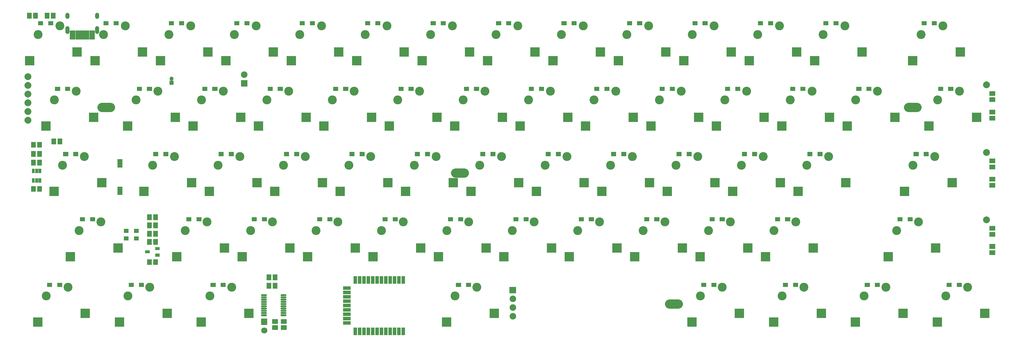
<source format=gbs>
G04 Layer: BottomSolderMaskLayer*
G04 EasyEDA v6.1.51, Wed, 19 Jun 2019 13:06:47 GMT*
G04 66271e87440c4271b6eaadeb73023992,1972fb780e03461d8e8e980d21b9fed7,00*
G04 Gerber Generator version 0.2*
G04 Scale: 100 percent, Rotated: No, Reflected: No *
G04 Dimensions in inches *
G04 leading zeros omitted , absolute positions ,2 integer and 4 decimal *
%FSLAX24Y24*%
%MOIN*%
G90*
G70D02*

%ADD38C,0.047370*%
%ADD39C,0.106400*%
%ADD40R,0.047370X0.047370*%
%ADD41C,0.074930*%
%ADD42R,0.074930X0.074930*%
%ADD44C,0.070990*%
%ADD45C,0.078870*%
%ADD46C,0.102490*%
%ADD48R,0.086740X0.039500*%
%ADD49R,0.057210X0.047370*%
%ADD51R,0.108390X0.106420*%

%LPD*%
G54D38*
G01X5478Y35362D02*
G01X5478Y34929D01*
G01X8879Y35362D02*
G01X8879Y34929D01*
G01X5478Y36909D02*
G01X5478Y36673D01*
G01X8879Y36909D02*
G01X8879Y36673D01*
G54D39*
G01X49979Y18740D02*
G01X50964Y18740D01*
G01X9428Y26259D02*
G01X10413Y26259D01*
G01X74506Y3700D02*
G01X75491Y3700D01*
G01X101888Y26259D02*
G01X102873Y26259D01*
G36*
G01X14357Y9526D02*
G01X14357Y9862D01*
G01X14890Y9862D01*
G01X14890Y9526D01*
G01X14357Y9526D01*
G37*
G36*
G01X15519Y9151D02*
G01X15519Y9488D01*
G01X16051Y9488D01*
G01X16051Y9151D01*
G01X15519Y9151D01*
G37*
G36*
G01X15519Y9900D02*
G01X15519Y10236D01*
G01X16051Y10236D01*
G01X16051Y9900D01*
G01X15519Y9900D01*
G37*
G36*
G01X3553Y36471D02*
G01X3553Y37129D01*
G01X4090Y37129D01*
G01X4090Y36471D01*
G01X3553Y36471D01*
G37*
G36*
G01X2853Y36471D02*
G01X2853Y37129D01*
G01X3389Y37129D01*
G01X3389Y36471D01*
G01X2853Y36471D01*
G37*
G36*
G01X111163Y9347D02*
G01X111163Y9884D01*
G01X111822Y9884D01*
G01X111822Y9347D01*
G01X111163Y9347D01*
G37*
G36*
G01X111163Y10048D02*
G01X111163Y10585D01*
G01X111822Y10585D01*
G01X111822Y10048D01*
G01X111163Y10048D01*
G37*
G36*
G01X111163Y17762D02*
G01X111163Y18298D01*
G01X111822Y18298D01*
G01X111822Y17762D01*
G01X111163Y17762D01*
G37*
G36*
G01X111163Y17061D02*
G01X111163Y17597D01*
G01X111822Y17597D01*
G01X111822Y17061D01*
G01X111163Y17061D01*
G37*
G36*
G01X111163Y24774D02*
G01X111163Y25311D01*
G01X111822Y25311D01*
G01X111822Y24774D01*
G01X111163Y24774D01*
G37*
G36*
G01X111163Y25475D02*
G01X111163Y26012D01*
G01X111822Y26012D01*
G01X111822Y25475D01*
G01X111163Y25475D01*
G37*
G36*
G01X111163Y11436D02*
G01X111163Y11973D01*
G01X111822Y11973D01*
G01X111822Y11436D01*
G01X111163Y11436D01*
G37*
G36*
G01X111163Y12137D02*
G01X111163Y12674D01*
G01X111822Y12674D01*
G01X111822Y12137D01*
G01X111163Y12137D01*
G37*
G36*
G01X111170Y19153D02*
G01X111170Y19690D01*
G01X111829Y19690D01*
G01X111829Y19153D01*
G01X111170Y19153D01*
G37*
G36*
G01X111170Y19854D02*
G01X111170Y20390D01*
G01X111829Y20390D01*
G01X111829Y19854D01*
G01X111170Y19854D01*
G37*
G36*
G01X111163Y27610D02*
G01X111163Y28146D01*
G01X111822Y28146D01*
G01X111822Y27610D01*
G01X111163Y27610D01*
G37*
G36*
G01X111163Y26909D02*
G01X111163Y27445D01*
G01X111822Y27445D01*
G01X111822Y26909D01*
G01X111163Y26909D01*
G37*
G36*
G01X8291Y34066D02*
G01X8291Y35111D01*
G01X8607Y35111D01*
G01X8607Y34066D01*
G01X8291Y34066D01*
G37*
G36*
G01X5751Y34066D02*
G01X5751Y35111D01*
G01X6068Y35111D01*
G01X6068Y34066D01*
G01X5751Y34066D01*
G37*
G36*
G01X7986Y34066D02*
G01X7986Y35111D01*
G01X8302Y35111D01*
G01X8302Y34066D01*
G01X7986Y34066D01*
G37*
G36*
G01X6056Y34066D02*
G01X6056Y35111D01*
G01X6373Y35111D01*
G01X6373Y34066D01*
G01X6056Y34066D01*
G37*
G36*
G01X6391Y34066D02*
G01X6391Y35111D01*
G01X6589Y35111D01*
G01X6589Y34066D01*
G01X6391Y34066D01*
G37*
G36*
G01X7769Y34066D02*
G01X7769Y35111D01*
G01X7967Y35111D01*
G01X7967Y34066D01*
G01X7769Y34066D01*
G37*
G36*
G01X6588Y34066D02*
G01X6588Y35111D01*
G01X6786Y35111D01*
G01X6786Y34066D01*
G01X6588Y34066D01*
G37*
G36*
G01X7572Y34066D02*
G01X7572Y35111D01*
G01X7770Y35111D01*
G01X7770Y34066D01*
G01X7572Y34066D01*
G37*
G36*
G01X6785Y34066D02*
G01X6785Y35111D01*
G01X6983Y35111D01*
G01X6983Y34066D01*
G01X6785Y34066D01*
G37*
G36*
G01X7375Y34066D02*
G01X7375Y35111D01*
G01X7573Y35111D01*
G01X7573Y34066D01*
G01X7375Y34066D01*
G37*
G36*
G01X7179Y34066D02*
G01X7179Y35111D01*
G01X7377Y35111D01*
G01X7377Y34066D01*
G01X7179Y34066D01*
G37*
G36*
G01X6982Y34066D02*
G01X6982Y35111D01*
G01X7180Y35111D01*
G01X7180Y34066D01*
G01X6982Y34066D01*
G37*
G54D38*
G01X17401Y29578D03*
G54D40*
G01X17401Y29086D03*
G54D41*
G01X56519Y2303D03*
G01X56519Y3303D03*
G01X56519Y4303D03*
G36*
G01X56144Y4929D02*
G01X56144Y5677D01*
G01X56894Y5677D01*
G01X56894Y4929D01*
G01X56144Y4929D01*
G37*
G36*
G01X43777Y6048D02*
G01X43777Y6914D01*
G01X44172Y6914D01*
G01X44172Y6048D01*
G01X43777Y6048D01*
G37*
G36*
G01X43277Y6048D02*
G01X43277Y6914D01*
G01X43672Y6914D01*
G01X43672Y6048D01*
G01X43277Y6048D01*
G37*
G36*
G01X42777Y6048D02*
G01X42777Y6914D01*
G01X43172Y6914D01*
G01X43172Y6048D01*
G01X42777Y6048D01*
G37*
G36*
G01X42277Y6048D02*
G01X42277Y6914D01*
G01X42672Y6914D01*
G01X42672Y6048D01*
G01X42277Y6048D01*
G37*
G36*
G01X41777Y6048D02*
G01X41777Y6914D01*
G01X42172Y6914D01*
G01X42172Y6048D01*
G01X41777Y6048D01*
G37*
G36*
G01X41277Y6048D02*
G01X41277Y6914D01*
G01X41672Y6914D01*
G01X41672Y6048D01*
G01X41277Y6048D01*
G37*
G36*
G01X40777Y6048D02*
G01X40777Y6914D01*
G01X41172Y6914D01*
G01X41172Y6048D01*
G01X40777Y6048D01*
G37*
G36*
G01X40277Y6048D02*
G01X40277Y6914D01*
G01X40672Y6914D01*
G01X40672Y6048D01*
G01X40277Y6048D01*
G37*
G36*
G01X39777Y6048D02*
G01X39777Y6914D01*
G01X40172Y6914D01*
G01X40172Y6048D01*
G01X39777Y6048D01*
G37*
G36*
G01X39277Y6048D02*
G01X39277Y6914D01*
G01X39672Y6914D01*
G01X39672Y6048D01*
G01X39277Y6048D01*
G37*
G36*
G01X38777Y6048D02*
G01X38777Y6914D01*
G01X39172Y6914D01*
G01X39172Y6048D01*
G01X38777Y6048D01*
G37*
G36*
G01X38277Y6048D02*
G01X38277Y6914D01*
G01X38672Y6914D01*
G01X38672Y6048D01*
G01X38277Y6048D01*
G37*
G54D48*
G01X37514Y5528D03*
G01X37514Y5028D03*
G01X37514Y4528D03*
G01X37514Y4028D03*
G01X37514Y3528D03*
G01X37514Y3028D03*
G01X37514Y2528D03*
G01X37514Y2028D03*
G36*
G01X38277Y142D02*
G01X38277Y1010D01*
G01X38672Y1010D01*
G01X38672Y142D01*
G01X38277Y142D01*
G37*
G36*
G01X38777Y142D02*
G01X38777Y1010D01*
G01X39172Y1010D01*
G01X39172Y142D01*
G01X38777Y142D01*
G37*
G36*
G01X39277Y142D02*
G01X39277Y1010D01*
G01X39672Y1010D01*
G01X39672Y142D01*
G01X39277Y142D01*
G37*
G36*
G01X39777Y142D02*
G01X39777Y1010D01*
G01X40172Y1010D01*
G01X40172Y142D01*
G01X39777Y142D01*
G37*
G36*
G01X40277Y142D02*
G01X40277Y1010D01*
G01X40672Y1010D01*
G01X40672Y142D01*
G01X40277Y142D01*
G37*
G36*
G01X40777Y142D02*
G01X40777Y1010D01*
G01X41172Y1010D01*
G01X41172Y142D01*
G01X40777Y142D01*
G37*
G36*
G01X41277Y142D02*
G01X41277Y1010D01*
G01X41672Y1010D01*
G01X41672Y142D01*
G01X41277Y142D01*
G37*
G36*
G01X41777Y142D02*
G01X41777Y1010D01*
G01X42172Y1010D01*
G01X42172Y142D01*
G01X41777Y142D01*
G37*
G36*
G01X42277Y142D02*
G01X42277Y1010D01*
G01X42672Y1010D01*
G01X42672Y142D01*
G01X42277Y142D01*
G37*
G36*
G01X42777Y142D02*
G01X42777Y1010D01*
G01X43172Y1010D01*
G01X43172Y142D01*
G01X42777Y142D01*
G37*
G36*
G01X43277Y142D02*
G01X43277Y1010D01*
G01X43672Y1010D01*
G01X43672Y142D01*
G01X43277Y142D01*
G37*
G36*
G01X43777Y142D02*
G01X43777Y1010D01*
G01X44172Y1010D01*
G01X44172Y142D01*
G01X43777Y142D01*
G37*
G01X37514Y1528D03*
G54D42*
G01X25737Y29026D03*
G54D41*
G01X25737Y30026D03*
G36*
G01X28293Y6427D02*
G01X28293Y7086D01*
G01X28830Y7086D01*
G01X28830Y6427D01*
G01X28293Y6427D01*
G37*
G36*
G01X28994Y6427D02*
G01X28994Y7086D01*
G01X29531Y7086D01*
G01X29531Y6427D01*
G01X28994Y6427D01*
G37*
G36*
G01X28293Y5474D02*
G01X28293Y6133D01*
G01X28830Y6133D01*
G01X28830Y5474D01*
G01X28293Y5474D01*
G37*
G36*
G01X28994Y5474D02*
G01X28994Y6133D01*
G01X29531Y6133D01*
G01X29531Y5474D01*
G01X28994Y5474D01*
G37*
G36*
G01X28930Y1437D02*
G01X28930Y1975D01*
G01X29588Y1975D01*
G01X29588Y1437D01*
G01X28930Y1437D01*
G37*
G36*
G01X28930Y737D02*
G01X28930Y1274D01*
G01X29588Y1274D01*
G01X29588Y737D01*
G01X28930Y737D01*
G37*
G36*
G01X1304Y19614D02*
G01X1304Y20273D01*
G01X1841Y20273D01*
G01X1841Y19614D01*
G01X1304Y19614D01*
G37*
G36*
G01X2005Y19614D02*
G01X2005Y20273D01*
G01X2542Y20273D01*
G01X2542Y19614D01*
G01X2005Y19614D01*
G37*
G36*
G01X14586Y10499D02*
G01X14586Y11158D01*
G01X15122Y11158D01*
G01X15122Y10499D01*
G01X14586Y10499D01*
G37*
G36*
G01X15286Y10499D02*
G01X15286Y11158D01*
G01X15823Y11158D01*
G01X15823Y10499D01*
G01X15286Y10499D01*
G37*
G36*
G01X15286Y8193D02*
G01X15286Y8851D01*
G01X15823Y8851D01*
G01X15823Y8193D01*
G01X15286Y8193D01*
G37*
G36*
G01X14586Y8193D02*
G01X14586Y8851D01*
G01X15122Y8851D01*
G01X15122Y8193D01*
G01X14586Y8193D01*
G37*
G36*
G01X15286Y13342D02*
G01X15286Y14001D01*
G01X15823Y14001D01*
G01X15823Y13342D01*
G01X15286Y13342D01*
G37*
G36*
G01X14586Y13342D02*
G01X14586Y14001D01*
G01X15122Y14001D01*
G01X15122Y13342D01*
G01X14586Y13342D01*
G37*
G36*
G01X1304Y16585D02*
G01X1304Y17244D01*
G01X1841Y17244D01*
G01X1841Y16585D01*
G01X1304Y16585D01*
G37*
G36*
G01X2005Y16585D02*
G01X2005Y17244D01*
G01X2542Y17244D01*
G01X2542Y16585D01*
G01X2005Y16585D01*
G37*
G36*
G01X3263Y35709D02*
G01X3263Y36183D01*
G01X3835Y36183D01*
G01X3835Y35709D01*
G01X3263Y35709D01*
G37*
G36*
G01X2101Y35709D02*
G01X2101Y36183D01*
G01X2673Y36183D01*
G01X2673Y35709D01*
G01X2101Y35709D01*
G37*
G36*
G01X10765Y35709D02*
G01X10765Y36183D01*
G01X11337Y36183D01*
G01X11337Y35709D01*
G01X10765Y35709D01*
G37*
G36*
G01X9603Y35709D02*
G01X9603Y36183D01*
G01X10175Y36183D01*
G01X10175Y35709D01*
G01X9603Y35709D01*
G37*
G36*
G01X18267Y35709D02*
G01X18267Y36183D01*
G01X18839Y36183D01*
G01X18839Y35709D01*
G01X18267Y35709D01*
G37*
G36*
G01X17105Y35709D02*
G01X17105Y36183D01*
G01X17677Y36183D01*
G01X17677Y35709D01*
G01X17105Y35709D01*
G37*
G36*
G01X25769Y35709D02*
G01X25769Y36183D01*
G01X26341Y36183D01*
G01X26341Y35709D01*
G01X25769Y35709D01*
G37*
G36*
G01X24607Y35709D02*
G01X24607Y36183D01*
G01X25179Y36183D01*
G01X25179Y35709D01*
G01X24607Y35709D01*
G37*
G36*
G01X33271Y35709D02*
G01X33271Y36183D01*
G01X33843Y36183D01*
G01X33843Y35709D01*
G01X33271Y35709D01*
G37*
G36*
G01X32109Y35709D02*
G01X32109Y36183D01*
G01X32681Y36183D01*
G01X32681Y35709D01*
G01X32109Y35709D01*
G37*
G36*
G01X40772Y35709D02*
G01X40772Y36183D01*
G01X41345Y36183D01*
G01X41345Y35709D01*
G01X40772Y35709D01*
G37*
G36*
G01X39611Y35709D02*
G01X39611Y36183D01*
G01X40183Y36183D01*
G01X40183Y35709D01*
G01X39611Y35709D01*
G37*
G36*
G01X48275Y35709D02*
G01X48275Y36183D01*
G01X48847Y36183D01*
G01X48847Y35709D01*
G01X48275Y35709D01*
G37*
G36*
G01X47113Y35709D02*
G01X47113Y36183D01*
G01X47686Y36183D01*
G01X47686Y35709D01*
G01X47113Y35709D01*
G37*
G36*
G01X55777Y35709D02*
G01X55777Y36183D01*
G01X56349Y36183D01*
G01X56349Y35709D01*
G01X55777Y35709D01*
G37*
G36*
G01X54615Y35709D02*
G01X54615Y36183D01*
G01X55187Y36183D01*
G01X55187Y35709D01*
G01X54615Y35709D01*
G37*
G36*
G01X63279Y35709D02*
G01X63279Y36183D01*
G01X63851Y36183D01*
G01X63851Y35709D01*
G01X63279Y35709D01*
G37*
G36*
G01X62117Y35709D02*
G01X62117Y36183D01*
G01X62689Y36183D01*
G01X62689Y35709D01*
G01X62117Y35709D01*
G37*
G36*
G01X70781Y35709D02*
G01X70781Y36183D01*
G01X71353Y36183D01*
G01X71353Y35709D01*
G01X70781Y35709D01*
G37*
G36*
G01X69620Y35709D02*
G01X69620Y36183D01*
G01X70192Y36183D01*
G01X70192Y35709D01*
G01X69620Y35709D01*
G37*
G36*
G01X78283Y35709D02*
G01X78283Y36183D01*
G01X78855Y36183D01*
G01X78855Y35709D01*
G01X78283Y35709D01*
G37*
G36*
G01X77122Y35709D02*
G01X77122Y36183D01*
G01X77694Y36183D01*
G01X77694Y35709D01*
G01X77122Y35709D01*
G37*
G36*
G01X85785Y35709D02*
G01X85785Y36183D01*
G01X86357Y36183D01*
G01X86357Y35709D01*
G01X85785Y35709D01*
G37*
G36*
G01X84624Y35709D02*
G01X84624Y36183D01*
G01X85196Y36183D01*
G01X85196Y35709D01*
G01X84624Y35709D01*
G37*
G36*
G01X93287Y35709D02*
G01X93287Y36183D01*
G01X93859Y36183D01*
G01X93859Y35709D01*
G01X93287Y35709D01*
G37*
G36*
G01X92126Y35709D02*
G01X92126Y36183D01*
G01X92698Y36183D01*
G01X92698Y35709D01*
G01X92126Y35709D01*
G37*
G36*
G01X104562Y35709D02*
G01X104562Y36183D01*
G01X105134Y36183D01*
G01X105134Y35709D01*
G01X104562Y35709D01*
G37*
G36*
G01X103401Y35709D02*
G01X103401Y36183D01*
G01X103973Y36183D01*
G01X103973Y35709D01*
G01X103401Y35709D01*
G37*
G36*
G01X5208Y28175D02*
G01X5208Y28649D01*
G01X5781Y28649D01*
G01X5781Y28175D01*
G01X5208Y28175D01*
G37*
G36*
G01X4047Y28175D02*
G01X4047Y28649D01*
G01X4619Y28649D01*
G01X4619Y28175D01*
G01X4047Y28175D01*
G37*
G36*
G01X14584Y28175D02*
G01X14584Y28649D01*
G01X15156Y28649D01*
G01X15156Y28175D01*
G01X14584Y28175D01*
G37*
G36*
G01X13423Y28175D02*
G01X13423Y28649D01*
G01X13995Y28649D01*
G01X13995Y28175D01*
G01X13423Y28175D01*
G37*
G36*
G01X22083Y28175D02*
G01X22083Y28649D01*
G01X22655Y28649D01*
G01X22655Y28175D01*
G01X22083Y28175D01*
G37*
G36*
G01X20922Y28175D02*
G01X20922Y28649D01*
G01X21494Y28649D01*
G01X21494Y28175D01*
G01X20922Y28175D01*
G37*
G36*
G01X29582Y28175D02*
G01X29582Y28649D01*
G01X30154Y28649D01*
G01X30154Y28175D01*
G01X29582Y28175D01*
G37*
G36*
G01X28421Y28175D02*
G01X28421Y28649D01*
G01X28993Y28649D01*
G01X28993Y28175D01*
G01X28421Y28175D01*
G37*
G36*
G01X37082Y28175D02*
G01X37082Y28649D01*
G01X37654Y28649D01*
G01X37654Y28175D01*
G01X37082Y28175D01*
G37*
G36*
G01X35921Y28175D02*
G01X35921Y28649D01*
G01X36493Y28649D01*
G01X36493Y28175D01*
G01X35921Y28175D01*
G37*
G36*
G01X44581Y28175D02*
G01X44581Y28649D01*
G01X45153Y28649D01*
G01X45153Y28175D01*
G01X44581Y28175D01*
G37*
G36*
G01X43420Y28175D02*
G01X43420Y28649D01*
G01X43992Y28649D01*
G01X43992Y28175D01*
G01X43420Y28175D01*
G37*
G36*
G01X52080Y28175D02*
G01X52080Y28649D01*
G01X52652Y28649D01*
G01X52652Y28175D01*
G01X52080Y28175D01*
G37*
G36*
G01X50919Y28175D02*
G01X50919Y28649D01*
G01X51491Y28649D01*
G01X51491Y28175D01*
G01X50919Y28175D01*
G37*
G36*
G01X59533Y28175D02*
G01X59533Y28649D01*
G01X60105Y28649D01*
G01X60105Y28175D01*
G01X59533Y28175D01*
G37*
G36*
G01X58371Y28175D02*
G01X58371Y28649D01*
G01X58943Y28649D01*
G01X58943Y28175D01*
G01X58371Y28175D01*
G37*
G36*
G01X67037Y28175D02*
G01X67037Y28649D01*
G01X67609Y28649D01*
G01X67609Y28175D01*
G01X67037Y28175D01*
G37*
G36*
G01X65875Y28175D02*
G01X65875Y28649D01*
G01X66447Y28649D01*
G01X66447Y28175D01*
G01X65875Y28175D01*
G37*
G36*
G01X74541Y28175D02*
G01X74541Y28649D01*
G01X75113Y28649D01*
G01X75113Y28175D01*
G01X74541Y28175D01*
G37*
G36*
G01X73379Y28175D02*
G01X73379Y28649D01*
G01X73951Y28649D01*
G01X73951Y28175D01*
G01X73379Y28175D01*
G37*
G36*
G01X82037Y28175D02*
G01X82037Y28649D01*
G01X82609Y28649D01*
G01X82609Y28175D01*
G01X82037Y28175D01*
G37*
G36*
G01X80875Y28175D02*
G01X80875Y28649D01*
G01X81447Y28649D01*
G01X81447Y28175D01*
G01X80875Y28175D01*
G37*
G36*
G01X89505Y28175D02*
G01X89505Y28649D01*
G01X90077Y28649D01*
G01X90077Y28175D01*
G01X89505Y28175D01*
G37*
G36*
G01X88344Y28175D02*
G01X88344Y28649D01*
G01X88916Y28649D01*
G01X88916Y28175D01*
G01X88344Y28175D01*
G37*
G36*
G01X97076Y28175D02*
G01X97076Y28649D01*
G01X97648Y28649D01*
G01X97648Y28175D01*
G01X97076Y28175D01*
G37*
G36*
G01X95915Y28175D02*
G01X95915Y28649D01*
G01X96487Y28649D01*
G01X96487Y28175D01*
G01X95915Y28175D01*
G37*
G36*
G01X106450Y28175D02*
G01X106450Y28649D01*
G01X107022Y28649D01*
G01X107022Y28175D01*
G01X106450Y28175D01*
G37*
G36*
G01X105289Y28175D02*
G01X105289Y28649D01*
G01X105861Y28649D01*
G01X105861Y28175D01*
G01X105289Y28175D01*
G37*
G36*
G01X6145Y20678D02*
G01X6145Y21152D01*
G01X6717Y21152D01*
G01X6717Y20678D01*
G01X6145Y20678D01*
G37*
G36*
G01X4984Y20678D02*
G01X4984Y21152D01*
G01X5556Y21152D01*
G01X5556Y20678D01*
G01X4984Y20678D01*
G37*
G36*
G01X16460Y20678D02*
G01X16460Y21152D01*
G01X17032Y21152D01*
G01X17032Y20678D01*
G01X16460Y20678D01*
G37*
G36*
G01X15299Y20678D02*
G01X15299Y21152D01*
G01X15871Y21152D01*
G01X15871Y20678D01*
G01X15299Y20678D01*
G37*
G36*
G01X23960Y20678D02*
G01X23960Y21152D01*
G01X24532Y21152D01*
G01X24532Y20678D01*
G01X23960Y20678D01*
G37*
G36*
G01X22799Y20678D02*
G01X22799Y21152D01*
G01X23371Y21152D01*
G01X23371Y20678D01*
G01X22799Y20678D01*
G37*
G36*
G01X31460Y20678D02*
G01X31460Y21152D01*
G01X32032Y21152D01*
G01X32032Y20678D01*
G01X31460Y20678D01*
G37*
G36*
G01X30298Y20678D02*
G01X30298Y21152D01*
G01X30870Y21152D01*
G01X30870Y20678D01*
G01X30298Y20678D01*
G37*
G36*
G01X38959Y20678D02*
G01X38959Y21152D01*
G01X39531Y21152D01*
G01X39531Y20678D01*
G01X38959Y20678D01*
G37*
G36*
G01X37798Y20678D02*
G01X37798Y21152D01*
G01X38370Y21152D01*
G01X38370Y20678D01*
G01X37798Y20678D01*
G37*
G36*
G01X46459Y20678D02*
G01X46459Y21152D01*
G01X47031Y21152D01*
G01X47031Y20678D01*
G01X46459Y20678D01*
G37*
G36*
G01X45297Y20678D02*
G01X45297Y21152D01*
G01X45869Y21152D01*
G01X45869Y20678D01*
G01X45297Y20678D01*
G37*
G36*
G01X53958Y20678D02*
G01X53958Y21152D01*
G01X54530Y21152D01*
G01X54530Y20678D01*
G01X53958Y20678D01*
G37*
G36*
G01X52797Y20678D02*
G01X52797Y21152D01*
G01X53369Y21152D01*
G01X53369Y20678D01*
G01X52797Y20678D01*
G37*
G36*
G01X61458Y20678D02*
G01X61458Y21152D01*
G01X62030Y21152D01*
G01X62030Y20678D01*
G01X61458Y20678D01*
G37*
G36*
G01X60296Y20678D02*
G01X60296Y21152D01*
G01X60869Y21152D01*
G01X60869Y20678D01*
G01X60296Y20678D01*
G37*
G36*
G01X68957Y20678D02*
G01X68957Y21152D01*
G01X69530Y21152D01*
G01X69530Y20678D01*
G01X68957Y20678D01*
G37*
G36*
G01X67796Y20678D02*
G01X67796Y21152D01*
G01X68368Y21152D01*
G01X68368Y20678D01*
G01X67796Y20678D01*
G37*
G36*
G01X76457Y20678D02*
G01X76457Y21152D01*
G01X77029Y21152D01*
G01X77029Y20678D01*
G01X76457Y20678D01*
G37*
G36*
G01X75296Y20678D02*
G01X75296Y21152D01*
G01X75868Y21152D01*
G01X75868Y20678D01*
G01X75296Y20678D01*
G37*
G36*
G01X83957Y20678D02*
G01X83957Y21152D01*
G01X84529Y21152D01*
G01X84529Y20678D01*
G01X83957Y20678D01*
G37*
G36*
G01X82795Y20678D02*
G01X82795Y21152D01*
G01X83367Y21152D01*
G01X83367Y20678D01*
G01X82795Y20678D01*
G37*
G36*
G01X91456Y20678D02*
G01X91456Y21152D01*
G01X92028Y21152D01*
G01X92028Y20678D01*
G01X91456Y20678D01*
G37*
G36*
G01X90295Y20678D02*
G01X90295Y21152D01*
G01X90867Y21152D01*
G01X90867Y20678D01*
G01X90295Y20678D01*
G37*
G36*
G01X103645Y20678D02*
G01X103645Y21152D01*
G01X104217Y21152D01*
G01X104217Y20678D01*
G01X103645Y20678D01*
G37*
G36*
G01X102484Y20678D02*
G01X102484Y21152D01*
G01X103056Y21152D01*
G01X103056Y20678D01*
G01X102484Y20678D01*
G37*
G36*
G01X8061Y13197D02*
G01X8061Y13671D01*
G01X8633Y13671D01*
G01X8633Y13197D01*
G01X8061Y13197D01*
G37*
G36*
G01X6900Y13197D02*
G01X6900Y13671D01*
G01X7472Y13671D01*
G01X7472Y13197D01*
G01X6900Y13197D01*
G37*
G36*
G01X20254Y13197D02*
G01X20254Y13671D01*
G01X20826Y13671D01*
G01X20826Y13197D01*
G01X20254Y13197D01*
G37*
G36*
G01X19093Y13197D02*
G01X19093Y13671D01*
G01X19665Y13671D01*
G01X19665Y13197D01*
G01X19093Y13197D01*
G37*
G36*
G01X27754Y13197D02*
G01X27754Y13671D01*
G01X28326Y13671D01*
G01X28326Y13197D01*
G01X27754Y13197D01*
G37*
G36*
G01X26592Y13197D02*
G01X26592Y13671D01*
G01X27164Y13671D01*
G01X27164Y13197D01*
G01X26592Y13197D01*
G37*
G36*
G01X35253Y13197D02*
G01X35253Y13671D01*
G01X35825Y13671D01*
G01X35825Y13197D01*
G01X35253Y13197D01*
G37*
G36*
G01X34092Y13197D02*
G01X34092Y13671D01*
G01X34664Y13671D01*
G01X34664Y13197D01*
G01X34092Y13197D01*
G37*
G36*
G01X42753Y13197D02*
G01X42753Y13671D01*
G01X43325Y13671D01*
G01X43325Y13197D01*
G01X42753Y13197D01*
G37*
G36*
G01X41591Y13197D02*
G01X41591Y13671D01*
G01X42163Y13671D01*
G01X42163Y13197D01*
G01X41591Y13197D01*
G37*
G36*
G01X50252Y13197D02*
G01X50252Y13671D01*
G01X50824Y13671D01*
G01X50824Y13197D01*
G01X50252Y13197D01*
G37*
G36*
G01X49091Y13197D02*
G01X49091Y13671D01*
G01X49663Y13671D01*
G01X49663Y13197D01*
G01X49091Y13197D01*
G37*
G36*
G01X57752Y13197D02*
G01X57752Y13671D01*
G01X58324Y13671D01*
G01X58324Y13197D01*
G01X57752Y13197D01*
G37*
G36*
G01X56590Y13197D02*
G01X56590Y13671D01*
G01X57162Y13671D01*
G01X57162Y13197D01*
G01X56590Y13197D01*
G37*
G36*
G01X65251Y13197D02*
G01X65251Y13671D01*
G01X65823Y13671D01*
G01X65823Y13197D01*
G01X65251Y13197D01*
G37*
G36*
G01X64090Y13197D02*
G01X64090Y13671D01*
G01X64662Y13671D01*
G01X64662Y13197D01*
G01X64090Y13197D01*
G37*
G36*
G01X72751Y13197D02*
G01X72751Y13671D01*
G01X73323Y13671D01*
G01X73323Y13197D01*
G01X72751Y13197D01*
G37*
G36*
G01X71589Y13197D02*
G01X71589Y13671D01*
G01X72161Y13671D01*
G01X72161Y13197D01*
G01X71589Y13197D01*
G37*
G36*
G01X80250Y13197D02*
G01X80250Y13671D01*
G01X80822Y13671D01*
G01X80822Y13197D01*
G01X80250Y13197D01*
G37*
G36*
G01X79089Y13197D02*
G01X79089Y13671D01*
G01X79661Y13671D01*
G01X79661Y13197D01*
G01X79089Y13197D01*
G37*
G36*
G01X87750Y13197D02*
G01X87750Y13671D01*
G01X88322Y13671D01*
G01X88322Y13197D01*
G01X87750Y13197D01*
G37*
G36*
G01X86589Y13197D02*
G01X86589Y13671D01*
G01X87161Y13671D01*
G01X87161Y13197D01*
G01X86589Y13197D01*
G37*
G36*
G01X101805Y13197D02*
G01X101805Y13671D01*
G01X102377Y13671D01*
G01X102377Y13197D01*
G01X101805Y13197D01*
G37*
G36*
G01X100644Y13197D02*
G01X100644Y13671D01*
G01X101216Y13671D01*
G01X101216Y13197D01*
G01X100644Y13197D01*
G37*
G36*
G01X4304Y5669D02*
G01X4304Y6142D01*
G01X4876Y6142D01*
G01X4876Y5669D01*
G01X4304Y5669D01*
G37*
G36*
G01X3143Y5669D02*
G01X3143Y6142D01*
G01X3715Y6142D01*
G01X3715Y5669D01*
G01X3143Y5669D01*
G37*
G36*
G01X13674Y5669D02*
G01X13674Y6142D01*
G01X14246Y6142D01*
G01X14246Y5669D01*
G01X13674Y5669D01*
G37*
G36*
G01X12512Y5669D02*
G01X12512Y6142D01*
G01X13084Y6142D01*
G01X13084Y5669D01*
G01X12512Y5669D01*
G37*
G36*
G01X23043Y5669D02*
G01X23043Y6142D01*
G01X23615Y6142D01*
G01X23615Y5669D01*
G01X23043Y5669D01*
G37*
G36*
G01X21882Y5669D02*
G01X21882Y6142D01*
G01X22454Y6142D01*
G01X22454Y5669D01*
G01X21882Y5669D01*
G37*
G36*
G01X51177Y5669D02*
G01X51177Y6142D01*
G01X51749Y6142D01*
G01X51749Y5669D01*
G01X51177Y5669D01*
G37*
G36*
G01X50016Y5669D02*
G01X50016Y6142D01*
G01X50588Y6142D01*
G01X50588Y5669D01*
G01X50016Y5669D01*
G37*
G36*
G01X79292Y5669D02*
G01X79292Y6142D01*
G01X79864Y6142D01*
G01X79864Y5669D01*
G01X79292Y5669D01*
G37*
G36*
G01X78131Y5669D02*
G01X78131Y6142D01*
G01X78703Y6142D01*
G01X78703Y5669D01*
G01X78131Y5669D01*
G37*
G36*
G01X88668Y5669D02*
G01X88668Y6142D01*
G01X89241Y6142D01*
G01X89241Y5669D01*
G01X88668Y5669D01*
G37*
G36*
G01X87507Y5669D02*
G01X87507Y6142D01*
G01X88079Y6142D01*
G01X88079Y5669D01*
G01X87507Y5669D01*
G37*
G36*
G01X98045Y5669D02*
G01X98045Y6142D01*
G01X98617Y6142D01*
G01X98617Y5669D01*
G01X98045Y5669D01*
G37*
G36*
G01X96883Y5669D02*
G01X96883Y6142D01*
G01X97456Y6142D01*
G01X97456Y5669D01*
G01X96883Y5669D01*
G37*
G36*
G01X107421Y5669D02*
G01X107421Y6142D01*
G01X107993Y6142D01*
G01X107993Y5669D01*
G01X107421Y5669D01*
G37*
G36*
G01X106260Y5669D02*
G01X106260Y6142D01*
G01X106832Y6142D01*
G01X106832Y5669D01*
G01X106260Y5669D01*
G37*
G36*
G01X27668Y1315D02*
G01X27668Y2025D01*
G01X28378Y2025D01*
G01X28378Y1315D01*
G01X27668Y1315D01*
G37*
G54D44*
G01X28022Y671D03*
G36*
G01X29943Y1437D02*
G01X29943Y1975D01*
G01X30601Y1975D01*
G01X30601Y1437D01*
G01X29943Y1437D01*
G37*
G36*
G01X29943Y737D02*
G01X29943Y1274D01*
G01X30601Y1274D01*
G01X30601Y737D01*
G01X29943Y737D01*
G37*
G36*
G01X2005Y20617D02*
G01X2005Y21276D01*
G01X2542Y21276D01*
G01X2542Y20617D01*
G01X2005Y20617D01*
G37*
G36*
G01X1304Y20617D02*
G01X1304Y21276D01*
G01X1841Y21276D01*
G01X1841Y20617D01*
G01X1304Y20617D01*
G37*
G36*
G01X14586Y11449D02*
G01X14586Y12108D01*
G01X15122Y12108D01*
G01X15122Y11449D01*
G01X14586Y11449D01*
G37*
G36*
G01X15286Y11449D02*
G01X15286Y12108D01*
G01X15823Y12108D01*
G01X15823Y11449D01*
G01X15286Y11449D01*
G37*
G36*
G01X15286Y12399D02*
G01X15286Y13058D01*
G01X15823Y13058D01*
G01X15823Y12399D01*
G01X15286Y12399D01*
G37*
G36*
G01X14586Y12399D02*
G01X14586Y13058D01*
G01X15122Y13058D01*
G01X15122Y12399D01*
G01X14586Y12399D01*
G37*
G36*
G01X11200Y16228D02*
G01X11200Y17174D01*
G01X11752Y17174D01*
G01X11752Y16228D01*
G01X11200Y16228D01*
G37*
G36*
G01X11200Y19377D02*
G01X11200Y20323D01*
G01X11752Y20323D01*
G01X11752Y19377D01*
G01X11200Y19377D01*
G37*
G36*
G01X27749Y4615D02*
G01X27736Y4619D01*
G01X27723Y4623D01*
G01X27710Y4629D01*
G01X27699Y4636D01*
G01X27688Y4645D01*
G01X27679Y4655D01*
G01X27671Y4665D01*
G01X27664Y4677D01*
G01X27659Y4690D01*
G01X27656Y4704D01*
G01X27654Y4718D01*
G01X27654Y4731D01*
G01X27656Y4745D01*
G01X27659Y4758D01*
G01X27664Y4771D01*
G01X27671Y4783D01*
G01X27679Y4794D01*
G01X27688Y4804D01*
G01X27699Y4813D01*
G01X27710Y4820D01*
G01X27723Y4825D01*
G01X27736Y4830D01*
G01X27749Y4833D01*
G01X28229Y4833D01*
G01X28243Y4830D01*
G01X28256Y4825D01*
G01X28268Y4820D01*
G01X28280Y4813D01*
G01X28290Y4804D01*
G01X28300Y4794D01*
G01X28308Y4783D01*
G01X28314Y4771D01*
G01X28319Y4758D01*
G01X28323Y4745D01*
G01X28324Y4731D01*
G01X28324Y4718D01*
G01X28323Y4704D01*
G01X28319Y4690D01*
G01X28314Y4677D01*
G01X28308Y4665D01*
G01X28300Y4655D01*
G01X28290Y4645D01*
G01X28280Y4636D01*
G01X28268Y4629D01*
G01X28256Y4623D01*
G01X28243Y4619D01*
G01X28229Y4615D01*
G01X27749Y4615D01*
G37*
G36*
G01X27749Y4360D02*
G01X27736Y4363D01*
G01X27723Y4367D01*
G01X27710Y4373D01*
G01X27699Y4380D01*
G01X27688Y4388D01*
G01X27679Y4399D01*
G01X27671Y4410D01*
G01X27664Y4422D01*
G01X27659Y4435D01*
G01X27656Y4448D01*
G01X27654Y4462D01*
G01X27654Y4475D01*
G01X27656Y4488D01*
G01X27659Y4501D01*
G01X27664Y4514D01*
G01X27671Y4526D01*
G01X27679Y4538D01*
G01X27688Y4548D01*
G01X27699Y4557D01*
G01X27710Y4563D01*
G01X27723Y4570D01*
G01X27736Y4574D01*
G01X27749Y4576D01*
G01X28229Y4576D01*
G01X28243Y4574D01*
G01X28256Y4570D01*
G01X28268Y4563D01*
G01X28280Y4557D01*
G01X28290Y4548D01*
G01X28300Y4538D01*
G01X28308Y4526D01*
G01X28314Y4514D01*
G01X28319Y4501D01*
G01X28323Y4488D01*
G01X28324Y4475D01*
G01X28324Y4462D01*
G01X28323Y4448D01*
G01X28319Y4435D01*
G01X28314Y4422D01*
G01X28308Y4410D01*
G01X28300Y4399D01*
G01X28290Y4388D01*
G01X28280Y4380D01*
G01X28268Y4373D01*
G01X28256Y4367D01*
G01X28243Y4363D01*
G01X28229Y4360D01*
G01X27749Y4360D01*
G37*
G36*
G01X27762Y4104D02*
G01X27749Y4105D01*
G01X27736Y4107D01*
G01X27723Y4111D01*
G01X27710Y4117D01*
G01X27699Y4124D01*
G01X27688Y4133D01*
G01X27679Y4143D01*
G01X27671Y4154D01*
G01X27664Y4165D01*
G01X27659Y4179D01*
G01X27656Y4192D01*
G01X27654Y4206D01*
G01X27654Y4220D01*
G01X27656Y4233D01*
G01X27659Y4247D01*
G01X27664Y4259D01*
G01X27671Y4271D01*
G01X27679Y4282D01*
G01X27688Y4292D01*
G01X27699Y4300D01*
G01X27710Y4308D01*
G01X27723Y4313D01*
G01X27736Y4318D01*
G01X27749Y4321D01*
G01X27762Y4322D01*
G01X28217Y4322D01*
G01X28229Y4321D01*
G01X28243Y4318D01*
G01X28256Y4313D01*
G01X28268Y4308D01*
G01X28280Y4300D01*
G01X28290Y4292D01*
G01X28300Y4282D01*
G01X28308Y4271D01*
G01X28314Y4259D01*
G01X28319Y4246D01*
G01X28323Y4233D01*
G01X28324Y4220D01*
G01X28324Y4206D01*
G01X28323Y4192D01*
G01X28319Y4179D01*
G01X28314Y4165D01*
G01X28308Y4154D01*
G01X28300Y4143D01*
G01X28290Y4133D01*
G01X28280Y4124D01*
G01X28268Y4117D01*
G01X28256Y4111D01*
G01X28243Y4107D01*
G01X28229Y4105D01*
G01X28217Y4104D01*
G01X27762Y4104D01*
G37*
G36*
G01X27762Y3848D02*
G01X27749Y3849D01*
G01X27736Y3850D01*
G01X27723Y3855D01*
G01X27710Y3861D01*
G01X27699Y3868D01*
G01X27688Y3876D01*
G01X27679Y3887D01*
G01X27671Y3898D01*
G01X27664Y3910D01*
G01X27659Y3923D01*
G01X27656Y3936D01*
G01X27654Y3950D01*
G01X27654Y3963D01*
G01X27656Y3976D01*
G01X27659Y3990D01*
G01X27664Y4002D01*
G01X27671Y4014D01*
G01X27679Y4025D01*
G01X27688Y4036D01*
G01X27699Y4045D01*
G01X27710Y4051D01*
G01X27723Y4058D01*
G01X27736Y4062D01*
G01X27749Y4064D01*
G01X27762Y4065D01*
G01X28217Y4065D01*
G01X28229Y4064D01*
G01X28243Y4062D01*
G01X28256Y4058D01*
G01X28268Y4051D01*
G01X28280Y4045D01*
G01X28290Y4036D01*
G01X28300Y4025D01*
G01X28308Y4014D01*
G01X28314Y4002D01*
G01X28319Y3989D01*
G01X28323Y3976D01*
G01X28324Y3963D01*
G01X28324Y3950D01*
G01X28323Y3936D01*
G01X28319Y3923D01*
G01X28314Y3910D01*
G01X28308Y3898D01*
G01X28300Y3887D01*
G01X28290Y3876D01*
G01X28280Y3868D01*
G01X28268Y3861D01*
G01X28256Y3855D01*
G01X28243Y3850D01*
G01X28229Y3849D01*
G01X28217Y3848D01*
G01X27762Y3848D01*
G37*
G36*
G01X27762Y3592D02*
G01X27749Y3593D01*
G01X27736Y3595D01*
G01X27710Y3605D01*
G01X27688Y3621D01*
G01X27679Y3631D01*
G01X27671Y3643D01*
G01X27664Y3655D01*
G01X27659Y3667D01*
G01X27656Y3680D01*
G01X27654Y3694D01*
G01X27654Y3708D01*
G01X27656Y3721D01*
G01X27659Y3735D01*
G01X27664Y3747D01*
G01X27671Y3759D01*
G01X27679Y3770D01*
G01X27688Y3780D01*
G01X27699Y3788D01*
G01X27710Y3796D01*
G01X27723Y3801D01*
G01X27736Y3806D01*
G01X27749Y3809D01*
G01X27762Y3810D01*
G01X28217Y3810D01*
G01X28229Y3809D01*
G01X28243Y3806D01*
G01X28256Y3801D01*
G01X28268Y3796D01*
G01X28280Y3788D01*
G01X28290Y3780D01*
G01X28300Y3770D01*
G01X28308Y3759D01*
G01X28314Y3747D01*
G01X28319Y3735D01*
G01X28323Y3721D01*
G01X28324Y3708D01*
G01X28324Y3694D01*
G01X28323Y3681D01*
G01X28319Y3667D01*
G01X28314Y3654D01*
G01X28308Y3642D01*
G01X28300Y3631D01*
G01X28290Y3621D01*
G01X28280Y3612D01*
G01X28268Y3605D01*
G01X28256Y3600D01*
G01X28243Y3595D01*
G01X28229Y3593D01*
G01X28217Y3592D01*
G01X27762Y3592D01*
G37*
G36*
G01X27762Y3336D02*
G01X27749Y3337D01*
G01X27736Y3338D01*
G01X27710Y3349D01*
G01X27688Y3364D01*
G01X27679Y3375D01*
G01X27671Y3387D01*
G01X27664Y3399D01*
G01X27659Y3411D01*
G01X27656Y3424D01*
G01X27654Y3437D01*
G01X27654Y3451D01*
G01X27656Y3465D01*
G01X27659Y3479D01*
G01X27664Y3490D01*
G01X27671Y3502D01*
G01X27679Y3513D01*
G01X27688Y3524D01*
G01X27699Y3533D01*
G01X27710Y3539D01*
G01X27723Y3546D01*
G01X27736Y3550D01*
G01X27749Y3552D01*
G01X27762Y3554D01*
G01X28217Y3554D01*
G01X28229Y3552D01*
G01X28243Y3550D01*
G01X28256Y3546D01*
G01X28268Y3539D01*
G01X28280Y3533D01*
G01X28290Y3524D01*
G01X28300Y3513D01*
G01X28308Y3502D01*
G01X28314Y3490D01*
G01X28319Y3479D01*
G01X28323Y3464D01*
G01X28324Y3451D01*
G01X28324Y3437D01*
G01X28323Y3425D01*
G01X28319Y3411D01*
G01X28314Y3399D01*
G01X28308Y3386D01*
G01X28300Y3375D01*
G01X28280Y3357D01*
G01X28268Y3349D01*
G01X28256Y3344D01*
G01X28243Y3338D01*
G01X28229Y3337D01*
G01X28217Y3336D01*
G01X27762Y3336D01*
G37*
G36*
G01X27762Y3080D02*
G01X27749Y3081D01*
G01X27736Y3083D01*
G01X27723Y3087D01*
G01X27710Y3094D01*
G01X27699Y3100D01*
G01X27688Y3110D01*
G01X27679Y3120D01*
G01X27671Y3131D01*
G01X27664Y3143D01*
G01X27659Y3155D01*
G01X27656Y3168D01*
G01X27654Y3182D01*
G01X27654Y3196D01*
G01X27656Y3210D01*
G01X27659Y3223D01*
G01X27664Y3235D01*
G01X27671Y3247D01*
G01X27679Y3259D01*
G01X27688Y3269D01*
G01X27710Y3285D01*
G01X27736Y3295D01*
G01X27749Y3297D01*
G01X27762Y3298D01*
G01X28217Y3298D01*
G01X28229Y3297D01*
G01X28243Y3295D01*
G01X28256Y3289D01*
G01X28268Y3285D01*
G01X28280Y3276D01*
G01X28300Y3259D01*
G01X28308Y3248D01*
G01X28314Y3235D01*
G01X28319Y3223D01*
G01X28323Y3209D01*
G01X28324Y3196D01*
G01X28324Y3182D01*
G01X28323Y3169D01*
G01X28319Y3155D01*
G01X28314Y3143D01*
G01X28308Y3131D01*
G01X28300Y3120D01*
G01X28290Y3110D01*
G01X28280Y3100D01*
G01X28268Y3094D01*
G01X28256Y3087D01*
G01X28243Y3083D01*
G01X28229Y3081D01*
G01X28217Y3080D01*
G01X27762Y3080D01*
G37*
G36*
G01X27762Y2824D02*
G01X27749Y2825D01*
G01X27736Y2827D01*
G01X27723Y2832D01*
G01X27710Y2837D01*
G01X27699Y2845D01*
G01X27688Y2854D01*
G01X27679Y2863D01*
G01X27671Y2875D01*
G01X27664Y2887D01*
G01X27659Y2899D01*
G01X27656Y2912D01*
G01X27654Y2925D01*
G01X27654Y2939D01*
G01X27656Y2954D01*
G01X27659Y2967D01*
G01X27664Y2979D01*
G01X27671Y2990D01*
G01X27679Y3002D01*
G01X27688Y3012D01*
G01X27710Y3029D01*
G01X27736Y3038D01*
G01X27749Y3040D01*
G01X27762Y3042D01*
G01X28217Y3042D01*
G01X28229Y3040D01*
G01X28243Y3038D01*
G01X28256Y3034D01*
G01X28268Y3029D01*
G01X28280Y3021D01*
G01X28290Y3012D01*
G01X28300Y3002D01*
G01X28308Y2992D01*
G01X28314Y2980D01*
G01X28319Y2967D01*
G01X28323Y2954D01*
G01X28324Y2939D01*
G01X28324Y2925D01*
G01X28323Y2912D01*
G01X28319Y2900D01*
G01X28314Y2887D01*
G01X28308Y2875D01*
G01X28300Y2863D01*
G01X28290Y2854D01*
G01X28280Y2845D01*
G01X28268Y2837D01*
G01X28256Y2832D01*
G01X28243Y2827D01*
G01X28229Y2825D01*
G01X28217Y2824D01*
G01X27762Y2824D01*
G37*
G36*
G01X27762Y2568D02*
G01X27749Y2569D01*
G01X27736Y2572D01*
G01X27723Y2575D01*
G01X27710Y2582D01*
G01X27699Y2588D01*
G01X27688Y2598D01*
G01X27679Y2608D01*
G01X27671Y2619D01*
G01X27664Y2631D01*
G01X27659Y2643D01*
G01X27656Y2657D01*
G01X27654Y2670D01*
G01X27654Y2684D01*
G01X27656Y2698D01*
G01X27659Y2711D01*
G01X27664Y2724D01*
G01X27671Y2736D01*
G01X27679Y2747D01*
G01X27688Y2757D01*
G01X27699Y2765D01*
G01X27710Y2773D01*
G01X27723Y2779D01*
G01X27736Y2783D01*
G01X27749Y2785D01*
G01X27762Y2786D01*
G01X28217Y2786D01*
G01X28229Y2785D01*
G01X28243Y2783D01*
G01X28256Y2779D01*
G01X28268Y2773D01*
G01X28280Y2765D01*
G01X28290Y2757D01*
G01X28300Y2747D01*
G01X28308Y2736D01*
G01X28314Y2724D01*
G01X28319Y2711D01*
G01X28323Y2698D01*
G01X28324Y2684D01*
G01X28324Y2670D01*
G01X28323Y2657D01*
G01X28319Y2644D01*
G01X28314Y2631D01*
G01X28308Y2619D01*
G01X28300Y2608D01*
G01X28290Y2598D01*
G01X28280Y2588D01*
G01X28268Y2582D01*
G01X28256Y2575D01*
G01X28243Y2572D01*
G01X28229Y2569D01*
G01X28217Y2568D01*
G01X27762Y2568D01*
G37*
G36*
G01X27762Y2312D02*
G01X27749Y2312D01*
G01X27736Y2315D01*
G01X27723Y2320D01*
G01X27710Y2325D01*
G01X27699Y2333D01*
G01X27688Y2342D01*
G01X27679Y2351D01*
G01X27671Y2362D01*
G01X27664Y2375D01*
G01X27659Y2387D01*
G01X27656Y2400D01*
G01X27654Y2413D01*
G01X27654Y2427D01*
G01X27656Y2442D01*
G01X27659Y2455D01*
G01X27664Y2468D01*
G01X27671Y2480D01*
G01X27679Y2490D01*
G01X27688Y2500D01*
G01X27699Y2510D01*
G01X27710Y2517D01*
G01X27723Y2523D01*
G01X27736Y2526D01*
G01X27749Y2529D01*
G01X27762Y2530D01*
G01X28217Y2530D01*
G01X28229Y2529D01*
G01X28243Y2526D01*
G01X28256Y2523D01*
G01X28268Y2517D01*
G01X28280Y2510D01*
G01X28290Y2500D01*
G01X28300Y2490D01*
G01X28308Y2480D01*
G01X28314Y2468D01*
G01X28319Y2455D01*
G01X28323Y2442D01*
G01X28324Y2427D01*
G01X28324Y2413D01*
G01X28323Y2400D01*
G01X28319Y2387D01*
G01X28314Y2375D01*
G01X28308Y2362D01*
G01X28300Y2351D01*
G01X28290Y2342D01*
G01X28280Y2333D01*
G01X28268Y2325D01*
G01X28256Y2320D01*
G01X28243Y2315D01*
G01X28229Y2312D01*
G01X28217Y2312D01*
G01X27762Y2312D01*
G37*
G36*
G01X30006Y2312D02*
G01X29993Y2312D01*
G01X29980Y2315D01*
G01X29967Y2320D01*
G01X29954Y2325D01*
G01X29943Y2333D01*
G01X29932Y2342D01*
G01X29923Y2351D01*
G01X29915Y2362D01*
G01X29908Y2375D01*
G01X29903Y2387D01*
G01X29900Y2400D01*
G01X29898Y2413D01*
G01X29898Y2427D01*
G01X29900Y2442D01*
G01X29903Y2455D01*
G01X29908Y2468D01*
G01X29915Y2480D01*
G01X29923Y2490D01*
G01X29932Y2500D01*
G01X29943Y2510D01*
G01X29954Y2517D01*
G01X29967Y2523D01*
G01X29980Y2526D01*
G01X29994Y2529D01*
G01X30006Y2530D01*
G01X30461Y2530D01*
G01X30473Y2529D01*
G01X30487Y2526D01*
G01X30500Y2523D01*
G01X30512Y2517D01*
G01X30524Y2510D01*
G01X30534Y2500D01*
G01X30544Y2490D01*
G01X30552Y2480D01*
G01X30558Y2468D01*
G01X30563Y2455D01*
G01X30567Y2442D01*
G01X30569Y2427D01*
G01X30569Y2413D01*
G01X30567Y2400D01*
G01X30563Y2387D01*
G01X30558Y2375D01*
G01X30552Y2362D01*
G01X30544Y2351D01*
G01X30534Y2342D01*
G01X30524Y2333D01*
G01X30512Y2325D01*
G01X30500Y2320D01*
G01X30487Y2315D01*
G01X30473Y2312D01*
G01X30461Y2312D01*
G01X30006Y2312D01*
G37*
G36*
G01X30006Y2568D02*
G01X29993Y2569D01*
G01X29980Y2572D01*
G01X29967Y2575D01*
G01X29954Y2582D01*
G01X29943Y2588D01*
G01X29932Y2598D01*
G01X29923Y2608D01*
G01X29915Y2619D01*
G01X29908Y2631D01*
G01X29903Y2643D01*
G01X29900Y2657D01*
G01X29898Y2670D01*
G01X29898Y2684D01*
G01X29900Y2698D01*
G01X29903Y2711D01*
G01X29908Y2724D01*
G01X29915Y2736D01*
G01X29923Y2747D01*
G01X29932Y2757D01*
G01X29943Y2765D01*
G01X29954Y2773D01*
G01X29967Y2779D01*
G01X29980Y2783D01*
G01X29994Y2785D01*
G01X30006Y2786D01*
G01X30461Y2786D01*
G01X30473Y2785D01*
G01X30487Y2783D01*
G01X30500Y2779D01*
G01X30512Y2773D01*
G01X30524Y2765D01*
G01X30534Y2757D01*
G01X30544Y2747D01*
G01X30552Y2736D01*
G01X30558Y2724D01*
G01X30563Y2711D01*
G01X30567Y2698D01*
G01X30569Y2684D01*
G01X30569Y2670D01*
G01X30567Y2657D01*
G01X30563Y2644D01*
G01X30558Y2631D01*
G01X30552Y2619D01*
G01X30544Y2608D01*
G01X30534Y2598D01*
G01X30524Y2588D01*
G01X30512Y2582D01*
G01X30500Y2575D01*
G01X30487Y2572D01*
G01X30473Y2569D01*
G01X30461Y2568D01*
G01X30006Y2568D01*
G37*
G36*
G01X30006Y2824D02*
G01X29994Y2825D01*
G01X29980Y2827D01*
G01X29967Y2832D01*
G01X29954Y2837D01*
G01X29943Y2845D01*
G01X29932Y2854D01*
G01X29923Y2863D01*
G01X29915Y2875D01*
G01X29908Y2887D01*
G01X29903Y2899D01*
G01X29900Y2912D01*
G01X29898Y2925D01*
G01X29898Y2939D01*
G01X29900Y2954D01*
G01X29903Y2967D01*
G01X29908Y2979D01*
G01X29915Y2990D01*
G01X29923Y3002D01*
G01X29932Y3012D01*
G01X29954Y3029D01*
G01X29980Y3038D01*
G01X29994Y3040D01*
G01X30006Y3042D01*
G01X30461Y3042D01*
G01X30473Y3040D01*
G01X30487Y3038D01*
G01X30500Y3034D01*
G01X30512Y3029D01*
G01X30524Y3021D01*
G01X30534Y3012D01*
G01X30544Y3002D01*
G01X30552Y2992D01*
G01X30558Y2980D01*
G01X30563Y2967D01*
G01X30567Y2954D01*
G01X30569Y2939D01*
G01X30569Y2925D01*
G01X30567Y2912D01*
G01X30563Y2900D01*
G01X30558Y2887D01*
G01X30552Y2875D01*
G01X30544Y2863D01*
G01X30534Y2854D01*
G01X30524Y2845D01*
G01X30512Y2837D01*
G01X30500Y2832D01*
G01X30487Y2827D01*
G01X30473Y2825D01*
G01X30461Y2824D01*
G01X30006Y2824D01*
G37*
G36*
G01X30006Y3080D02*
G01X29994Y3081D01*
G01X29980Y3083D01*
G01X29967Y3087D01*
G01X29954Y3094D01*
G01X29943Y3100D01*
G01X29932Y3110D01*
G01X29923Y3120D01*
G01X29915Y3131D01*
G01X29908Y3143D01*
G01X29903Y3155D01*
G01X29900Y3168D01*
G01X29898Y3182D01*
G01X29898Y3196D01*
G01X29900Y3210D01*
G01X29903Y3223D01*
G01X29908Y3235D01*
G01X29915Y3247D01*
G01X29923Y3259D01*
G01X29932Y3269D01*
G01X29954Y3285D01*
G01X29980Y3295D01*
G01X29993Y3297D01*
G01X30006Y3298D01*
G01X30461Y3298D01*
G01X30473Y3297D01*
G01X30487Y3295D01*
G01X30500Y3289D01*
G01X30512Y3285D01*
G01X30524Y3276D01*
G01X30534Y3269D01*
G01X30544Y3259D01*
G01X30552Y3248D01*
G01X30558Y3235D01*
G01X30563Y3223D01*
G01X30567Y3209D01*
G01X30569Y3196D01*
G01X30569Y3182D01*
G01X30567Y3169D01*
G01X30563Y3155D01*
G01X30558Y3143D01*
G01X30552Y3131D01*
G01X30544Y3120D01*
G01X30534Y3110D01*
G01X30524Y3100D01*
G01X30512Y3094D01*
G01X30500Y3087D01*
G01X30487Y3083D01*
G01X30473Y3081D01*
G01X30461Y3080D01*
G01X30006Y3080D01*
G37*
G36*
G01X30006Y3336D02*
G01X29994Y3337D01*
G01X29980Y3338D01*
G01X29954Y3349D01*
G01X29932Y3364D01*
G01X29923Y3375D01*
G01X29915Y3387D01*
G01X29908Y3399D01*
G01X29903Y3411D01*
G01X29900Y3424D01*
G01X29898Y3437D01*
G01X29898Y3451D01*
G01X29900Y3465D01*
G01X29903Y3479D01*
G01X29908Y3490D01*
G01X29915Y3502D01*
G01X29923Y3513D01*
G01X29932Y3524D01*
G01X29943Y3533D01*
G01X29954Y3539D01*
G01X29967Y3546D01*
G01X29980Y3550D01*
G01X29993Y3552D01*
G01X30006Y3554D01*
G01X30461Y3554D01*
G01X30473Y3552D01*
G01X30487Y3550D01*
G01X30500Y3546D01*
G01X30512Y3539D01*
G01X30524Y3533D01*
G01X30534Y3524D01*
G01X30544Y3513D01*
G01X30552Y3502D01*
G01X30558Y3490D01*
G01X30563Y3479D01*
G01X30567Y3464D01*
G01X30569Y3451D01*
G01X30569Y3437D01*
G01X30567Y3425D01*
G01X30563Y3411D01*
G01X30558Y3399D01*
G01X30552Y3386D01*
G01X30544Y3375D01*
G01X30534Y3364D01*
G01X30524Y3357D01*
G01X30512Y3349D01*
G01X30500Y3344D01*
G01X30487Y3338D01*
G01X30473Y3337D01*
G01X30461Y3336D01*
G01X30006Y3336D01*
G37*
G36*
G01X30006Y3592D02*
G01X29994Y3593D01*
G01X29980Y3595D01*
G01X29954Y3605D01*
G01X29932Y3621D01*
G01X29923Y3631D01*
G01X29915Y3643D01*
G01X29908Y3655D01*
G01X29903Y3667D01*
G01X29900Y3680D01*
G01X29898Y3694D01*
G01X29898Y3708D01*
G01X29900Y3721D01*
G01X29903Y3735D01*
G01X29908Y3747D01*
G01X29915Y3759D01*
G01X29923Y3770D01*
G01X29932Y3780D01*
G01X29943Y3788D01*
G01X29954Y3796D01*
G01X29967Y3801D01*
G01X29980Y3806D01*
G01X29993Y3809D01*
G01X30006Y3810D01*
G01X30461Y3810D01*
G01X30473Y3809D01*
G01X30487Y3806D01*
G01X30500Y3801D01*
G01X30512Y3796D01*
G01X30524Y3788D01*
G01X30534Y3780D01*
G01X30544Y3770D01*
G01X30552Y3759D01*
G01X30558Y3747D01*
G01X30563Y3735D01*
G01X30567Y3721D01*
G01X30569Y3708D01*
G01X30569Y3694D01*
G01X30567Y3681D01*
G01X30563Y3667D01*
G01X30558Y3654D01*
G01X30552Y3642D01*
G01X30544Y3631D01*
G01X30534Y3621D01*
G01X30524Y3612D01*
G01X30512Y3605D01*
G01X30500Y3600D01*
G01X30487Y3595D01*
G01X30473Y3593D01*
G01X30461Y3592D01*
G01X30006Y3592D01*
G37*
G36*
G01X30006Y3848D02*
G01X29994Y3849D01*
G01X29980Y3850D01*
G01X29967Y3855D01*
G01X29954Y3861D01*
G01X29943Y3868D01*
G01X29932Y3876D01*
G01X29923Y3887D01*
G01X29915Y3898D01*
G01X29908Y3910D01*
G01X29903Y3923D01*
G01X29900Y3936D01*
G01X29898Y3950D01*
G01X29898Y3963D01*
G01X29900Y3976D01*
G01X29903Y3990D01*
G01X29908Y4002D01*
G01X29915Y4014D01*
G01X29923Y4025D01*
G01X29932Y4036D01*
G01X29943Y4045D01*
G01X29954Y4051D01*
G01X29967Y4058D01*
G01X29980Y4062D01*
G01X29993Y4064D01*
G01X30006Y4065D01*
G01X30461Y4065D01*
G01X30473Y4064D01*
G01X30487Y4062D01*
G01X30500Y4058D01*
G01X30512Y4051D01*
G01X30524Y4045D01*
G01X30534Y4036D01*
G01X30544Y4025D01*
G01X30552Y4014D01*
G01X30558Y4002D01*
G01X30563Y3989D01*
G01X30567Y3976D01*
G01X30569Y3963D01*
G01X30569Y3950D01*
G01X30567Y3936D01*
G01X30563Y3923D01*
G01X30558Y3910D01*
G01X30552Y3898D01*
G01X30544Y3887D01*
G01X30534Y3876D01*
G01X30524Y3868D01*
G01X30512Y3861D01*
G01X30500Y3855D01*
G01X30487Y3850D01*
G01X30473Y3849D01*
G01X30461Y3848D01*
G01X30006Y3848D01*
G37*
G36*
G01X30006Y4104D02*
G01X29994Y4105D01*
G01X29980Y4107D01*
G01X29967Y4111D01*
G01X29954Y4117D01*
G01X29943Y4124D01*
G01X29932Y4133D01*
G01X29923Y4143D01*
G01X29915Y4154D01*
G01X29908Y4165D01*
G01X29903Y4179D01*
G01X29900Y4192D01*
G01X29898Y4206D01*
G01X29898Y4220D01*
G01X29900Y4233D01*
G01X29903Y4247D01*
G01X29908Y4259D01*
G01X29915Y4271D01*
G01X29923Y4282D01*
G01X29932Y4292D01*
G01X29943Y4300D01*
G01X29954Y4308D01*
G01X29967Y4313D01*
G01X29980Y4318D01*
G01X29993Y4321D01*
G01X30006Y4322D01*
G01X30461Y4322D01*
G01X30473Y4321D01*
G01X30487Y4318D01*
G01X30500Y4313D01*
G01X30512Y4308D01*
G01X30524Y4300D01*
G01X30534Y4292D01*
G01X30544Y4282D01*
G01X30552Y4271D01*
G01X30558Y4259D01*
G01X30563Y4246D01*
G01X30567Y4233D01*
G01X30569Y4220D01*
G01X30569Y4206D01*
G01X30567Y4192D01*
G01X30563Y4179D01*
G01X30558Y4165D01*
G01X30552Y4154D01*
G01X30544Y4143D01*
G01X30534Y4133D01*
G01X30524Y4124D01*
G01X30512Y4117D01*
G01X30500Y4111D01*
G01X30487Y4107D01*
G01X30473Y4105D01*
G01X30461Y4104D01*
G01X30006Y4104D01*
G37*
G36*
G01X29994Y4360D02*
G01X29980Y4363D01*
G01X29967Y4367D01*
G01X29954Y4373D01*
G01X29943Y4380D01*
G01X29932Y4388D01*
G01X29923Y4399D01*
G01X29915Y4410D01*
G01X29908Y4422D01*
G01X29903Y4435D01*
G01X29900Y4448D01*
G01X29898Y4462D01*
G01X29898Y4475D01*
G01X29900Y4488D01*
G01X29903Y4501D01*
G01X29908Y4514D01*
G01X29915Y4526D01*
G01X29923Y4538D01*
G01X29932Y4548D01*
G01X29943Y4557D01*
G01X29954Y4563D01*
G01X29967Y4570D01*
G01X29980Y4574D01*
G01X29993Y4576D01*
G01X30473Y4576D01*
G01X30487Y4574D01*
G01X30500Y4570D01*
G01X30512Y4563D01*
G01X30524Y4557D01*
G01X30534Y4548D01*
G01X30544Y4538D01*
G01X30552Y4526D01*
G01X30558Y4514D01*
G01X30563Y4501D01*
G01X30567Y4488D01*
G01X30569Y4475D01*
G01X30569Y4462D01*
G01X30567Y4448D01*
G01X30563Y4435D01*
G01X30558Y4422D01*
G01X30552Y4410D01*
G01X30544Y4399D01*
G01X30534Y4388D01*
G01X30524Y4380D01*
G01X30512Y4373D01*
G01X30500Y4367D01*
G01X30487Y4363D01*
G01X30473Y4360D01*
G01X29994Y4360D01*
G37*
G36*
G01X29993Y4615D02*
G01X29980Y4619D01*
G01X29967Y4623D01*
G01X29954Y4629D01*
G01X29943Y4636D01*
G01X29932Y4645D01*
G01X29923Y4655D01*
G01X29915Y4665D01*
G01X29908Y4677D01*
G01X29903Y4690D01*
G01X29900Y4704D01*
G01X29898Y4718D01*
G01X29898Y4731D01*
G01X29900Y4745D01*
G01X29903Y4758D01*
G01X29908Y4771D01*
G01X29915Y4783D01*
G01X29923Y4794D01*
G01X29932Y4804D01*
G01X29943Y4813D01*
G01X29954Y4820D01*
G01X29967Y4825D01*
G01X29980Y4830D01*
G01X29993Y4833D01*
G01X30473Y4833D01*
G01X30487Y4830D01*
G01X30500Y4825D01*
G01X30512Y4820D01*
G01X30524Y4813D01*
G01X30534Y4804D01*
G01X30544Y4794D01*
G01X30552Y4783D01*
G01X30558Y4771D01*
G01X30563Y4758D01*
G01X30567Y4745D01*
G01X30569Y4731D01*
G01X30569Y4718D01*
G01X30567Y4704D01*
G01X30563Y4690D01*
G01X30558Y4677D01*
G01X30552Y4665D01*
G01X30544Y4655D01*
G01X30534Y4645D01*
G01X30524Y4636D01*
G01X30512Y4629D01*
G01X30500Y4623D01*
G01X30487Y4619D01*
G01X30473Y4615D01*
G01X29993Y4615D01*
G37*
G36*
G01X2143Y17621D02*
G01X2143Y18134D01*
G01X2459Y18134D01*
G01X2459Y17621D01*
G01X2143Y17621D01*
G37*
G36*
G01X1769Y17621D02*
G01X1769Y18134D01*
G01X2085Y18134D01*
G01X2085Y17621D01*
G01X1769Y17621D01*
G37*
G36*
G01X1395Y17621D02*
G01X1395Y18134D01*
G01X1711Y18134D01*
G01X1711Y17621D01*
G01X1395Y17621D01*
G37*
G36*
G01X1395Y18724D02*
G01X1395Y19237D01*
G01X1711Y19237D01*
G01X1711Y18724D01*
G01X1395Y18724D01*
G37*
G36*
G01X1769Y18724D02*
G01X1769Y19237D01*
G01X2085Y19237D01*
G01X2085Y18724D01*
G01X1769Y18724D01*
G37*
G36*
G01X2143Y18724D02*
G01X2143Y19237D01*
G01X2459Y19237D01*
G01X2459Y18724D01*
G01X2143Y18724D01*
G37*
G54D45*
G01X925Y26818D03*
G01X925Y27818D03*
G01X925Y28818D03*
G01X925Y25818D03*
G36*
G01X2005Y21656D02*
G01X2005Y22315D01*
G01X2542Y22315D01*
G01X2542Y21656D01*
G01X2005Y21656D01*
G37*
G36*
G01X1304Y21656D02*
G01X1304Y22315D01*
G01X1841Y22315D01*
G01X1841Y21656D01*
G01X1304Y21656D01*
G37*
G36*
G01X3637Y22029D02*
G01X3637Y22688D01*
G01X4173Y22688D01*
G01X4173Y22029D01*
G01X3637Y22029D01*
G37*
G36*
G01X4338Y22029D02*
G01X4338Y22688D01*
G01X4874Y22688D01*
G01X4874Y22029D01*
G01X4338Y22029D01*
G37*
G54D49*
G01X12208Y11236D03*
G01X13369Y11236D03*
G01X13369Y12094D03*
G01X12208Y12094D03*
G36*
G01X1542Y36471D02*
G01X1542Y37129D01*
G01X2079Y37129D01*
G01X2079Y36471D01*
G01X1542Y36471D01*
G37*
G36*
G01X842Y36471D02*
G01X842Y37129D01*
G01X1378Y37129D01*
G01X1378Y36471D01*
G01X842Y36471D01*
G37*
G54D51*
G01X44077Y32622D03*
G54D46*
G01X39601Y34622D03*
G01X42101Y35622D03*
G54D51*
G01X38624Y31622D03*
G01X109702Y25122D03*
G54D46*
G01X105225Y27122D03*
G01X107725Y28122D03*
G54D51*
G01X104249Y24122D03*
G01X14077Y32622D03*
G54D46*
G01X9601Y34622D03*
G01X12101Y35622D03*
G54D51*
G01X8624Y31622D03*
G01X29077Y32622D03*
G54D46*
G01X24601Y34622D03*
G01X27101Y35622D03*
G54D51*
G01X23624Y31622D03*
G01X36577Y32622D03*
G54D46*
G01X32101Y34622D03*
G01X34601Y35622D03*
G54D51*
G01X31124Y31622D03*
G01X51577Y32622D03*
G54D46*
G01X47101Y34622D03*
G01X49601Y35622D03*
G54D51*
G01X46124Y31622D03*
G01X59077Y32622D03*
G54D46*
G01X54601Y34622D03*
G01X57101Y35622D03*
G54D51*
G01X53624Y31622D03*
G01X66577Y32622D03*
G54D46*
G01X62101Y34622D03*
G01X64601Y35622D03*
G54D51*
G01X61124Y31622D03*
G01X74077Y32622D03*
G54D46*
G01X69601Y34622D03*
G01X72101Y35622D03*
G54D51*
G01X68624Y31622D03*
G01X81577Y32622D03*
G54D46*
G01X77101Y34622D03*
G01X79601Y35622D03*
G54D51*
G01X76124Y31622D03*
G01X89077Y32622D03*
G54D46*
G01X84601Y34622D03*
G01X87101Y35622D03*
G54D51*
G01X83624Y31622D03*
G01X96577Y32622D03*
G54D46*
G01X92101Y34622D03*
G01X94601Y35622D03*
G54D51*
G01X91124Y31622D03*
G01X107827Y32622D03*
G54D46*
G01X103350Y34622D03*
G01X105850Y35622D03*
G54D51*
G01X102374Y31622D03*
G01X8452Y25122D03*
G54D46*
G01X3976Y27122D03*
G01X6476Y28122D03*
G54D51*
G01X2999Y24122D03*
G01X17827Y25122D03*
G54D46*
G01X13350Y27122D03*
G01X15850Y28122D03*
G54D51*
G01X12374Y24122D03*
G01X25327Y25122D03*
G54D46*
G01X20850Y27122D03*
G01X23350Y28122D03*
G54D51*
G01X19874Y24122D03*
G01X32827Y25122D03*
G54D46*
G01X28350Y27122D03*
G01X30850Y28122D03*
G54D51*
G01X27374Y24122D03*
G01X40327Y25122D03*
G54D46*
G01X35850Y27122D03*
G01X38350Y28122D03*
G54D51*
G01X34874Y24122D03*
G01X47827Y25122D03*
G54D46*
G01X43350Y27122D03*
G01X45850Y28122D03*
G54D51*
G01X42374Y24122D03*
G01X55327Y25122D03*
G54D46*
G01X50850Y27122D03*
G01X53350Y28122D03*
G54D51*
G01X49874Y24122D03*
G01X62827Y25122D03*
G54D46*
G01X58350Y27122D03*
G01X60850Y28122D03*
G54D51*
G01X57374Y24122D03*
G01X70327Y25122D03*
G54D46*
G01X65850Y27122D03*
G01X68350Y28122D03*
G54D51*
G01X64874Y24122D03*
G01X77827Y25122D03*
G54D46*
G01X73350Y27122D03*
G01X75850Y28122D03*
G54D51*
G01X72374Y24122D03*
G01X85327Y25122D03*
G54D46*
G01X80850Y27122D03*
G01X83350Y28122D03*
G54D51*
G01X79874Y24122D03*
G01X92827Y25122D03*
G54D46*
G01X88350Y27122D03*
G01X90850Y28122D03*
G54D51*
G01X87374Y24122D03*
G01X100327Y25122D03*
G54D46*
G01X95850Y27122D03*
G01X98350Y28122D03*
G54D51*
G01X94874Y24122D03*
G01X9389Y17622D03*
G54D46*
G01X4913Y19622D03*
G01X7413Y20622D03*
G54D51*
G01X3937Y16622D03*
G01X19702Y17622D03*
G54D46*
G01X15226Y19622D03*
G01X17726Y20622D03*
G54D51*
G01X14249Y16622D03*
G01X27202Y17622D03*
G54D46*
G01X22726Y19622D03*
G01X25226Y20622D03*
G54D51*
G01X21749Y16622D03*
G01X34702Y17622D03*
G54D46*
G01X30226Y19622D03*
G01X32726Y20622D03*
G54D51*
G01X29249Y16622D03*
G01X42202Y17622D03*
G54D46*
G01X37726Y19622D03*
G01X40226Y20622D03*
G54D51*
G01X36749Y16622D03*
G01X49702Y17622D03*
G54D46*
G01X45226Y19622D03*
G01X47726Y20622D03*
G54D51*
G01X44249Y16622D03*
G01X57202Y17622D03*
G54D46*
G01X52725Y19622D03*
G01X55225Y20622D03*
G54D51*
G01X51749Y16622D03*
G01X64702Y17622D03*
G54D46*
G01X60225Y19622D03*
G01X62725Y20622D03*
G54D51*
G01X59249Y16622D03*
G01X72202Y17622D03*
G54D46*
G01X67725Y19622D03*
G01X70225Y20622D03*
G54D51*
G01X66749Y16622D03*
G01X79702Y17622D03*
G54D46*
G01X75225Y19622D03*
G01X77725Y20622D03*
G54D51*
G01X74249Y16622D03*
G01X87202Y17622D03*
G54D46*
G01X82725Y19622D03*
G01X85225Y20622D03*
G54D51*
G01X81749Y16622D03*
G01X94702Y17622D03*
G54D46*
G01X90225Y19622D03*
G01X92725Y20622D03*
G54D51*
G01X89249Y16622D03*
G01X106889Y17622D03*
G54D46*
G01X102413Y19622D03*
G01X104913Y20622D03*
G54D51*
G01X101436Y16622D03*
G01X11264Y10122D03*
G54D46*
G01X6788Y12122D03*
G01X9288Y13122D03*
G54D51*
G01X5812Y9122D03*
G01X23452Y10122D03*
G54D46*
G01X18976Y12122D03*
G01X21476Y13122D03*
G54D51*
G01X17999Y9122D03*
G01X30952Y10122D03*
G54D46*
G01X26476Y12122D03*
G01X28976Y13122D03*
G54D51*
G01X25499Y9122D03*
G01X38452Y10122D03*
G54D46*
G01X33976Y12122D03*
G01X36476Y13122D03*
G54D51*
G01X32999Y9122D03*
G01X45952Y10122D03*
G54D46*
G01X41476Y12122D03*
G01X43976Y13122D03*
G54D51*
G01X40499Y9122D03*
G01X53452Y10122D03*
G54D46*
G01X48976Y12122D03*
G01X51475Y13122D03*
G54D51*
G01X47999Y9122D03*
G01X60952Y10122D03*
G54D46*
G01X56475Y12122D03*
G01X58975Y13122D03*
G54D51*
G01X55499Y9122D03*
G01X68452Y10122D03*
G54D46*
G01X63975Y12122D03*
G01X66475Y13122D03*
G54D51*
G01X62999Y9122D03*
G01X75952Y10122D03*
G54D46*
G01X71475Y12122D03*
G01X73975Y13122D03*
G54D51*
G01X70499Y9122D03*
G01X83452Y10122D03*
G54D46*
G01X78975Y12122D03*
G01X81475Y13122D03*
G54D51*
G01X77999Y9122D03*
G01X90952Y10122D03*
G54D46*
G01X86475Y12122D03*
G01X88975Y13122D03*
G54D51*
G01X85499Y9122D03*
G01X105014Y10122D03*
G54D46*
G01X100538Y12122D03*
G01X103038Y13122D03*
G54D51*
G01X99562Y9122D03*
G01X7514Y2622D03*
G54D46*
G01X3038Y4622D03*
G01X5538Y5622D03*
G54D51*
G01X2062Y1622D03*
G01X16889Y2622D03*
G54D46*
G01X12413Y4622D03*
G01X14913Y5622D03*
G54D51*
G01X11437Y1622D03*
G01X26264Y2622D03*
G54D46*
G01X21788Y4622D03*
G01X24288Y5622D03*
G54D51*
G01X20812Y1622D03*
G01X54389Y2622D03*
G54D46*
G01X49913Y4622D03*
G01X52413Y5622D03*
G54D51*
G01X48937Y1622D03*
G01X82514Y2622D03*
G54D46*
G01X78038Y4622D03*
G01X80538Y5622D03*
G54D51*
G01X77062Y1622D03*
G01X91889Y2622D03*
G54D46*
G01X87413Y4622D03*
G01X89913Y5622D03*
G54D51*
G01X86436Y1622D03*
G01X101264Y2622D03*
G54D46*
G01X96788Y4622D03*
G01X99288Y5622D03*
G54D51*
G01X95812Y1622D03*
G01X110639Y2622D03*
G54D46*
G01X106163Y4622D03*
G01X108663Y5622D03*
G54D51*
G01X105186Y1622D03*
G01X6577Y32622D03*
G54D46*
G01X2101Y34622D03*
G01X4601Y35622D03*
G54D51*
G01X1124Y31622D03*
G01X21577Y32622D03*
G54D46*
G01X17101Y34622D03*
G01X19601Y35622D03*
G54D51*
G01X16124Y31622D03*
G54D45*
G01X110830Y28866D03*
G01X110830Y21110D03*
G01X110830Y13354D03*
G01X925Y29818D03*
G01X925Y24818D03*
M00*
M02*

</source>
